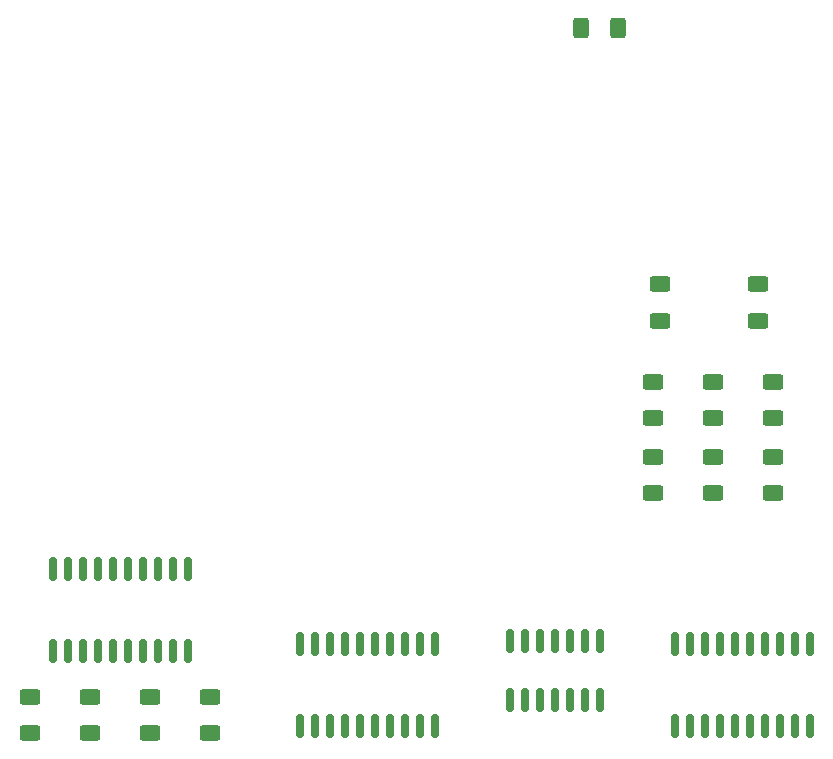
<source format=gbr>
%TF.GenerationSoftware,KiCad,Pcbnew,(6.0.5)*%
%TF.CreationDate,2022-06-17T20:08:42-05:00*%
%TF.ProjectId,ISA card rev2,49534120-6361-4726-9420-726576322e6b,rev?*%
%TF.SameCoordinates,Original*%
%TF.FileFunction,Paste,Top*%
%TF.FilePolarity,Positive*%
%FSLAX46Y46*%
G04 Gerber Fmt 4.6, Leading zero omitted, Abs format (unit mm)*
G04 Created by KiCad (PCBNEW (6.0.5)) date 2022-06-17 20:08:42*
%MOMM*%
%LPD*%
G01*
G04 APERTURE LIST*
G04 Aperture macros list*
%AMRoundRect*
0 Rectangle with rounded corners*
0 $1 Rounding radius*
0 $2 $3 $4 $5 $6 $7 $8 $9 X,Y pos of 4 corners*
0 Add a 4 corners polygon primitive as box body*
4,1,4,$2,$3,$4,$5,$6,$7,$8,$9,$2,$3,0*
0 Add four circle primitives for the rounded corners*
1,1,$1+$1,$2,$3*
1,1,$1+$1,$4,$5*
1,1,$1+$1,$6,$7*
1,1,$1+$1,$8,$9*
0 Add four rect primitives between the rounded corners*
20,1,$1+$1,$2,$3,$4,$5,0*
20,1,$1+$1,$4,$5,$6,$7,0*
20,1,$1+$1,$6,$7,$8,$9,0*
20,1,$1+$1,$8,$9,$2,$3,0*%
G04 Aperture macros list end*
%ADD10RoundRect,0.150000X-0.150000X0.825000X-0.150000X-0.825000X0.150000X-0.825000X0.150000X0.825000X0*%
%ADD11RoundRect,0.250000X0.400000X0.625000X-0.400000X0.625000X-0.400000X-0.625000X0.400000X-0.625000X0*%
%ADD12RoundRect,0.250000X0.625000X-0.400000X0.625000X0.400000X-0.625000X0.400000X-0.625000X-0.400000X0*%
%ADD13RoundRect,0.250000X-0.625000X0.400000X-0.625000X-0.400000X0.625000X-0.400000X0.625000X0.400000X0*%
%ADD14RoundRect,0.150000X0.150000X-0.837500X0.150000X0.837500X-0.150000X0.837500X-0.150000X-0.837500X0*%
G04 APERTURE END LIST*
D10*
%TO.C,U1*%
X152400000Y-134620000D03*
X151130000Y-134620000D03*
X149860000Y-134620000D03*
X148590000Y-134620000D03*
X147320000Y-134620000D03*
X146050000Y-134620000D03*
X144780000Y-134620000D03*
X144780000Y-129670000D03*
X146050000Y-129670000D03*
X147320000Y-129670000D03*
X148590000Y-129670000D03*
X149860000Y-129670000D03*
X151130000Y-129670000D03*
X152400000Y-129670000D03*
%TD*%
D11*
%TO.C,R13*%
X153875000Y-77760000D03*
X150775000Y-77760000D03*
%TD*%
D12*
%TO.C,R12*%
X156845000Y-110770000D03*
X156845000Y-107670000D03*
%TD*%
%TO.C,R11*%
X156845000Y-117120000D03*
X156845000Y-114020000D03*
%TD*%
%TO.C,R10*%
X161925000Y-110770000D03*
X161925000Y-107670000D03*
%TD*%
%TO.C,R9*%
X161925000Y-117120000D03*
X161925000Y-114020000D03*
%TD*%
D13*
%TO.C,R8*%
X104140000Y-134340000D03*
X104140000Y-137440000D03*
%TD*%
%TO.C,R7*%
X109220000Y-134340000D03*
X109220000Y-137440000D03*
%TD*%
%TO.C,R6*%
X114300000Y-134340000D03*
X114300000Y-137440000D03*
%TD*%
%TO.C,R5*%
X119380000Y-134340000D03*
X119380000Y-137440000D03*
%TD*%
D12*
%TO.C,R4*%
X167005000Y-110770000D03*
X167005000Y-107670000D03*
%TD*%
%TO.C,R3*%
X165735000Y-102515000D03*
X165735000Y-99415000D03*
%TD*%
%TO.C,R2*%
X167005000Y-117120000D03*
X167005000Y-114020000D03*
%TD*%
D13*
%TO.C,R1*%
X157480000Y-102515000D03*
X157480000Y-99415000D03*
%TD*%
D14*
%TO.C,U4*%
X106045000Y-130462500D03*
X107315000Y-130462500D03*
X108585000Y-130462500D03*
X109855000Y-130462500D03*
X111125000Y-130462500D03*
X112395000Y-130462500D03*
X113665000Y-130462500D03*
X114935000Y-130462500D03*
X116205000Y-130462500D03*
X117475000Y-130462500D03*
X117475000Y-123537500D03*
X116205000Y-123537500D03*
X114935000Y-123537500D03*
X113665000Y-123537500D03*
X112395000Y-123537500D03*
X111125000Y-123537500D03*
X109855000Y-123537500D03*
X108585000Y-123537500D03*
X107315000Y-123537500D03*
X106045000Y-123537500D03*
%TD*%
%TO.C,U3*%
X127000000Y-136812500D03*
X128270000Y-136812500D03*
X129540000Y-136812500D03*
X130810000Y-136812500D03*
X132080000Y-136812500D03*
X133350000Y-136812500D03*
X134620000Y-136812500D03*
X135890000Y-136812500D03*
X137160000Y-136812500D03*
X138430000Y-136812500D03*
X138430000Y-129887500D03*
X137160000Y-129887500D03*
X135890000Y-129887500D03*
X134620000Y-129887500D03*
X133350000Y-129887500D03*
X132080000Y-129887500D03*
X130810000Y-129887500D03*
X129540000Y-129887500D03*
X128270000Y-129887500D03*
X127000000Y-129887500D03*
%TD*%
%TO.C,U2*%
X158750000Y-129887500D03*
X160020000Y-129887500D03*
X161290000Y-129887500D03*
X162560000Y-129887500D03*
X163830000Y-129887500D03*
X165100000Y-129887500D03*
X166370000Y-129887500D03*
X167640000Y-129887500D03*
X168910000Y-129887500D03*
X170180000Y-129887500D03*
X170180000Y-136812500D03*
X168910000Y-136812500D03*
X167640000Y-136812500D03*
X166370000Y-136812500D03*
X165100000Y-136812500D03*
X163830000Y-136812500D03*
X162560000Y-136812500D03*
X161290000Y-136812500D03*
X160020000Y-136812500D03*
X158750000Y-136812500D03*
%TD*%
M02*

</source>
